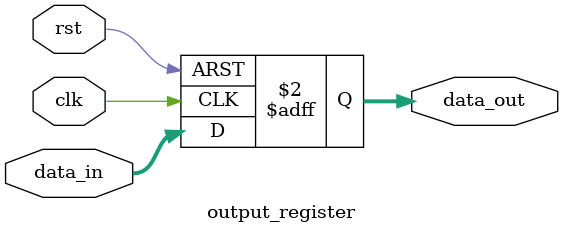
<source format=sv>
module resettable_rom (
    input clk,
    input rst,
    input [3:0] addr,
    output [7:0] data
);
    // 内部连线
    wire [7:0] rom_data;
    
    // ROM存储子模块
    rom_storage rom_inst (
        .addr(addr),
        .data(rom_data)
    );
    
    // 输出寄存器子模块
    output_register output_reg_inst (
        .clk(clk),
        .rst(rst),
        .data_in(rom_data),
        .data_out(data)
    );
endmodule

// ROM存储子模块
module rom_storage (
    input [3:0] addr,
    output [7:0] data
);
    // 参数化ROM大小
    parameter ROM_DEPTH = 16;
    parameter ROM_WIDTH = 8;
    
    // ROM存储器
    reg [ROM_WIDTH-1:0] mem [0:ROM_DEPTH-1];
    
    // ROM初始化
    initial begin
        mem[0] = 8'h12; mem[1] = 8'h34; mem[2] = 8'h56; mem[3] = 8'h78;
        mem[4] = 8'h9A; mem[5] = 8'hBC; mem[6] = 8'hDE; mem[7] = 8'hF0;
        mem[8] = 8'h00; mem[9] = 8'h00; mem[10] = 8'h00; mem[11] = 8'h00;
        mem[12] = 8'h00; mem[13] = 8'h00; mem[14] = 8'h00; mem[15] = 8'h00;
    end
    
    // 组合逻辑读取，降低延迟
    assign data = mem[addr];
endmodule

// 输出寄存器子模块
module output_register (
    input clk,
    input rst,
    input [7:0] data_in,
    output reg [7:0] data_out
);
    // 可配置的默认复位值
    parameter RESET_VALUE = 8'h00;
    
    // 寄存器逻辑
    always @(posedge clk or posedge rst) begin
        if (rst)
            data_out <= RESET_VALUE;  // 复位时输出默认值
        else
            data_out <= data_in;
    end
endmodule
</source>
